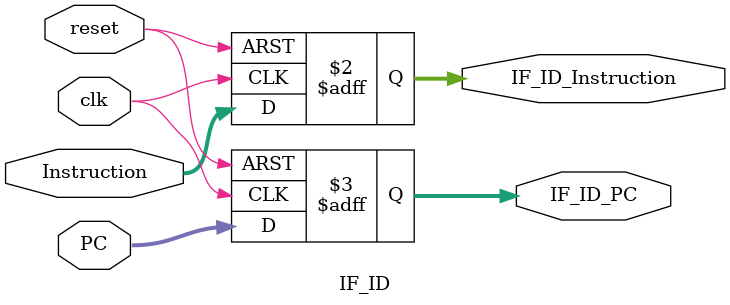
<source format=v>
module IF_ID(
  input clk, reset,
  input [31:0] Instruction,
  input [63:0] PC,
  output reg [31:0] IF_ID_Instruction,
  output reg [63:0] IF_ID_PC
);
  
  always @(posedge clk or posedge reset)
    begin
      if (reset)
        begin 
          IF_ID_Instruction = 0;
          IF_ID_PC = 0;
        end
      else
        begin 
          IF_ID_Instruction = Instruction;
          IF_ID_PC = PC;
        end
    end
endmodule

  
  
</source>
